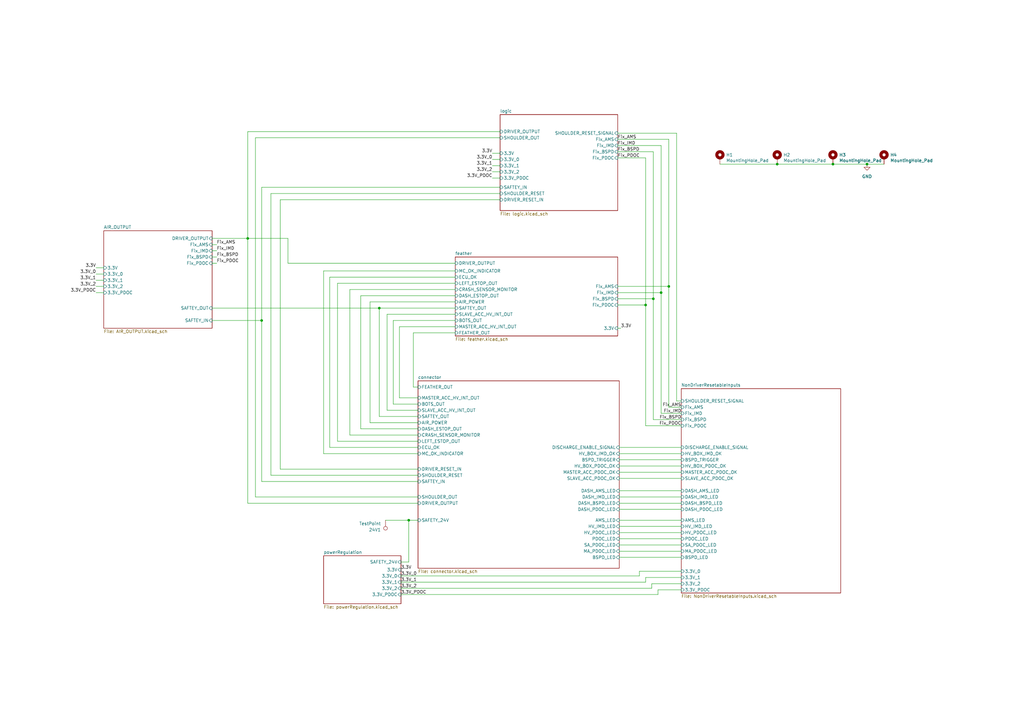
<source format=kicad_sch>
(kicad_sch (version 20230121) (generator eeschema)
  (paper "A3")
  (lib_symbols
    (symbol "Connector:TestPoint" (pin_numbers hide) (pin_names (offset 0.762) hide)
      (property "Reference" "TP" (at 0 6.858 0))
      (property "Value" "TestPoint" (at 0 5.08 0))
      (symbol "TestPoint_0_1"
        (circle (center 0 3.302) (radius 0.762))
      )
      (symbol "TestPoint_1_1"
        (pin passive line (at 0 0 90) (length 2.54) (name "1") (number "1"))
      )
    )
    (symbol "Mechanical:MountingHole_Pad" (pin_numbers hide) (pin_names (offset 1.016) hide)
      (property "Reference" "H" (at 0 6.35 0))
      (property "Value" "MountingHole_Pad" (at 0 4.445 0))
      (symbol "MountingHole_Pad_0_1"
        (circle (center 0 1.27) (radius 1.27) (stroke (width 1.27)))
      )
      (symbol "MountingHole_Pad_1_1"
        (pin input line (at 0 -2.54 90) (length 2.54) (name "1") (number "1"))
      )
    )
    (symbol "power:GND" (power) (pin_names (offset 0))
      (property "Value" "GND" (at 0 -3.81 0))
      (symbol "GND_0_1"
        (polyline (pts (xy 0 0) (xy 0 -1.27) (xy 1.27 -1.27) (xy 0 -2.54) (xy -1.27 -1.27) (xy 0 -1.27)))
      )
      (symbol "GND_1_1"
        (pin power_in line (at 0 0 270) (length 0) hide (name "GND") (number "1"))
      )
    )
  )
  (junction (at 271.145 120.015))
  (junction (at 318.77 67.31))
  (junction (at 267.97 122.555))
  (junction (at 155.575 126.365))
  (junction (at 107.315 131.445))
  (junction (at 264.795 125.095))
  (junction (at 355.6 67.31))
  (junction (at 101.6 97.79))
  (junction (at 341.63 67.31))
  (junction (at 167.64 213.36))
  (junction (at 274.32 117.475))
  (wire (pts (xy 86.995 107.95) (xy 88.9 107.95)))
  (wire (pts (xy 205.105 81.915) (xy 114.935 81.915)))
  (wire (pts (xy 107.315 197.485) (xy 107.315 131.445)))
  (wire (pts (xy 107.315 131.445) (xy 86.995 131.445)))
  (wire (pts (xy 254 215.9) (xy 279.4 215.9)))
  (wire (pts (xy 254 203.835) (xy 279.4 203.835)))
  (wire (pts (xy 118.11 97.79) (xy 101.6 97.79)))
  (wire (pts (xy 267.97 122.555) (xy 267.97 62.23)))
  (wire (pts (xy 138.43 116.205) (xy 186.69 116.205)))
  (wire (pts (xy 341.63 67.31) (xy 355.6 67.31)))
  (wire (pts (xy 201.93 73.025) (xy 205.105 73.025)))
  (wire (pts (xy 86.995 102.87) (xy 88.9 102.87)))
  (wire (pts (xy 104.775 203.835) (xy 104.775 56.515)))
  (wire (pts (xy 253.365 125.095) (xy 264.795 125.095)))
  (wire (pts (xy 111.125 194.945) (xy 111.125 79.375)))
  (wire (pts (xy 269.875 241.935) (xy 279.4 241.935)))
  (wire (pts (xy 186.69 126.365) (xy 155.575 126.365)))
  (wire (pts (xy 39.37 112.395) (xy 42.545 112.395)))
  (wire (pts (xy 274.32 57.15) (xy 274.32 117.475)))
  (wire (pts (xy 264.795 238.76) (xy 264.795 236.855)))
  (wire (pts (xy 39.37 120.015) (xy 42.545 120.015)))
  (wire (pts (xy 254 186.055) (xy 279.4 186.055)))
  (wire (pts (xy 254 223.52) (xy 279.4 223.52)))
  (wire (pts (xy 267.97 62.23) (xy 253.365 62.23)))
  (wire (pts (xy 267.335 239.395) (xy 279.4 239.395)))
  (wire (pts (xy 164.465 241.3) (xy 267.335 241.3)))
  (wire (pts (xy 254 228.6) (xy 279.4 228.6)))
  (wire (pts (xy 254 193.675) (xy 279.4 193.675)))
  (wire (pts (xy 295.275 67.31) (xy 318.77 67.31)))
  (wire (pts (xy 264.795 236.855) (xy 279.4 236.855)))
  (wire (pts (xy 254 188.595) (xy 279.4 188.595)))
  (wire (pts (xy 271.145 59.69) (xy 271.145 120.015)))
  (wire (pts (xy 254 201.295) (xy 279.4 201.295)))
  (wire (pts (xy 264.795 64.77) (xy 264.795 125.095)))
  (wire (pts (xy 171.45 183.515) (xy 135.255 183.515)))
  (wire (pts (xy 167.64 213.36) (xy 171.45 213.36)))
  (wire (pts (xy 171.45 186.055) (xy 132.715 186.055)))
  (wire (pts (xy 355.6 67.31) (xy 362.585 67.31)))
  (wire (pts (xy 201.93 70.485) (xy 205.105 70.485)))
  (wire (pts (xy 254 191.135) (xy 279.4 191.135)))
  (wire (pts (xy 201.93 62.865) (xy 205.105 62.865)))
  (wire (pts (xy 161.29 165.735) (xy 171.45 165.735)))
  (wire (pts (xy 205.105 76.835) (xy 107.315 76.835)))
  (wire (pts (xy 254 196.215) (xy 279.4 196.215)))
  (wire (pts (xy 86.995 100.33) (xy 88.9 100.33)))
  (wire (pts (xy 171.45 206.375) (xy 101.6 206.375)))
  (wire (pts (xy 254 183.515) (xy 279.4 183.515)))
  (wire (pts (xy 104.775 56.515) (xy 205.105 56.515)))
  (wire (pts (xy 254 208.915) (xy 279.4 208.915)))
  (wire (pts (xy 155.575 170.815) (xy 171.45 170.815)))
  (wire (pts (xy 101.6 206.375) (xy 101.6 97.79)))
  (wire (pts (xy 132.715 186.055) (xy 132.715 111.125)))
  (wire (pts (xy 163.83 133.985) (xy 186.69 133.985)))
  (wire (pts (xy 86.995 105.41) (xy 88.9 105.41)))
  (wire (pts (xy 279.4 164.465) (xy 277.495 164.465)))
  (wire (pts (xy 186.69 123.825) (xy 151.765 123.825)))
  (wire (pts (xy 169.545 136.525) (xy 186.69 136.525)))
  (wire (pts (xy 161.29 131.445) (xy 161.29 165.735)))
  (wire (pts (xy 171.45 158.75) (xy 169.545 158.75)))
  (wire (pts (xy 158.115 213.36) (xy 167.64 213.36)))
  (wire (pts (xy 201.93 67.945) (xy 205.105 67.945)))
  (wire (pts (xy 253.365 134.62) (xy 254.635 134.62)))
  (wire (pts (xy 171.45 168.275) (xy 158.75 168.275)))
  (wire (pts (xy 101.6 97.79) (xy 101.6 53.975)))
  (wire (pts (xy 171.45 175.895) (xy 147.955 175.895)))
  (wire (pts (xy 253.365 117.475) (xy 274.32 117.475)))
  (wire (pts (xy 169.545 158.75) (xy 169.545 136.525)))
  (wire (pts (xy 118.11 107.95) (xy 118.11 97.79)))
  (wire (pts (xy 147.955 121.285) (xy 186.69 121.285)))
  (wire (pts (xy 267.97 172.085) (xy 267.97 122.555)))
  (wire (pts (xy 186.69 131.445) (xy 161.29 131.445)))
  (wire (pts (xy 254 213.36) (xy 279.4 213.36)))
  (wire (pts (xy 253.365 122.555) (xy 267.97 122.555)))
  (wire (pts (xy 158.75 128.905) (xy 186.69 128.905)))
  (wire (pts (xy 171.45 194.945) (xy 111.125 194.945)))
  (wire (pts (xy 264.795 174.625) (xy 279.4 174.625)))
  (wire (pts (xy 171.45 203.835) (xy 104.775 203.835)))
  (wire (pts (xy 114.935 192.405) (xy 171.45 192.405)))
  (wire (pts (xy 262.255 236.22) (xy 262.255 234.315)))
  (wire (pts (xy 253.365 120.015) (xy 271.145 120.015)))
  (wire (pts (xy 164.465 236.22) (xy 262.255 236.22)))
  (wire (pts (xy 186.69 107.95) (xy 118.11 107.95)))
  (wire (pts (xy 151.765 173.355) (xy 171.45 173.355)))
  (wire (pts (xy 164.465 243.84) (xy 269.875 243.84)))
  (wire (pts (xy 143.51 118.745) (xy 143.51 178.435)))
  (wire (pts (xy 254 226.06) (xy 279.4 226.06)))
  (wire (pts (xy 163.83 163.195) (xy 163.83 133.985)))
  (wire (pts (xy 135.255 183.515) (xy 135.255 113.665)))
  (wire (pts (xy 151.765 123.825) (xy 151.765 173.355)))
  (wire (pts (xy 271.145 120.015) (xy 271.145 169.545)))
  (wire (pts (xy 86.995 97.79) (xy 101.6 97.79)))
  (wire (pts (xy 39.37 114.935) (xy 42.545 114.935)))
  (wire (pts (xy 253.365 64.77) (xy 264.795 64.77)))
  (wire (pts (xy 164.465 238.76) (xy 264.795 238.76)))
  (wire (pts (xy 135.255 113.665) (xy 186.69 113.665)))
  (wire (pts (xy 254 220.98) (xy 279.4 220.98)))
  (wire (pts (xy 271.145 169.545) (xy 279.4 169.545)))
  (wire (pts (xy 254 218.44) (xy 279.4 218.44)))
  (wire (pts (xy 171.45 163.195) (xy 163.83 163.195)))
  (wire (pts (xy 253.365 57.15) (xy 274.32 57.15)))
  (wire (pts (xy 86.995 126.365) (xy 155.575 126.365)))
  (wire (pts (xy 114.935 81.915) (xy 114.935 192.405)))
  (wire (pts (xy 171.45 197.485) (xy 107.315 197.485)))
  (wire (pts (xy 158.75 168.275) (xy 158.75 128.905)))
  (wire (pts (xy 171.45 180.975) (xy 138.43 180.975)))
  (wire (pts (xy 143.51 178.435) (xy 171.45 178.435)))
  (wire (pts (xy 201.93 65.405) (xy 205.105 65.405)))
  (wire (pts (xy 167.64 230.505) (xy 167.64 213.36)))
  (wire (pts (xy 269.875 243.84) (xy 269.875 241.935)))
  (wire (pts (xy 111.125 79.375) (xy 205.105 79.375)))
  (wire (pts (xy 279.4 172.085) (xy 267.97 172.085)))
  (wire (pts (xy 274.32 167.005) (xy 279.4 167.005)))
  (wire (pts (xy 39.37 117.475) (xy 42.545 117.475)))
  (wire (pts (xy 253.365 54.61) (xy 277.495 54.61)))
  (wire (pts (xy 147.955 175.895) (xy 147.955 121.285)))
  (wire (pts (xy 155.575 126.365) (xy 155.575 170.815)))
  (wire (pts (xy 186.69 118.745) (xy 143.51 118.745)))
  (wire (pts (xy 267.335 241.3) (xy 267.335 239.395)))
  (wire (pts (xy 138.43 180.975) (xy 138.43 116.205)))
  (wire (pts (xy 253.365 59.69) (xy 271.145 59.69)))
  (wire (pts (xy 264.795 125.095) (xy 264.795 174.625)))
  (wire (pts (xy 107.315 76.835) (xy 107.315 131.445)))
  (wire (pts (xy 132.715 111.125) (xy 186.69 111.125)))
  (wire (pts (xy 39.37 109.855) (xy 42.545 109.855)))
  (wire (pts (xy 254 206.375) (xy 279.4 206.375)))
  (wire (pts (xy 101.6 53.975) (xy 205.105 53.975)))
  (wire (pts (xy 277.495 164.465) (xy 277.495 54.61)))
  (wire (pts (xy 274.32 117.475) (xy 274.32 167.005)))
  (wire (pts (xy 262.255 234.315) (xy 279.4 234.315)))
  (wire (pts (xy 318.77 67.31) (xy 341.63 67.31)))
  (wire (pts (xy 164.465 230.505) (xy 167.64 230.505)))
  (label "3.3V_2" (at 201.93 70.485 180))
  (label "Fix_BSPD" (at 253.365 62.23 0))
  (label "Fix_BSPD" (at 88.9 105.41 0))
  (label "3.3V_0" (at 39.37 112.395 180))
  (label "Fix_PDOC" (at 279.4 174.625 180))
  (label "Fix_PDOC" (at 88.9 107.95 0))
  (label "3.3V" (at 201.93 62.865 180))
  (label "3.3V_PDOC" (at 164.465 243.84 0))
  (label "3.3V_PDOC" (at 39.37 120.015 180))
  (label "Fix_IMD" (at 88.9 102.87 0))
  (label "Fix_BSPD" (at 279.4 172.085 180))
  (label "3.3V_2" (at 164.465 241.3 0))
  (label "3.3V_PDOC" (at 201.93 73.025 180))
  (label "Fix_PDOC" (at 253.365 64.77 0))
  (label "3.3V_2" (at 39.37 117.475 180))
  (label "3.3V_1" (at 164.465 238.76 0))
  (label "Fix_AMS" (at 88.9 100.33 0))
  (label "3.3V" (at 254.635 134.62 0))
  (label "3.3V" (at 164.465 233.68 0))
  (label "3.3V_0" (at 164.465 236.22 0))
  (label "3.3V_1" (at 39.37 114.935 180))
  (label "Fix_AMS" (at 253.365 57.15 0))
  (label "3.3V_1" (at 201.93 67.945 180))
  (label "3.3V" (at 39.37 109.855 180))
  (label "Fix_IMD" (at 253.365 59.69 0))
  (label "3.3V_0" (at 201.93 65.405 180))
  (label "Fix_IMD" (at 279.4 169.545 180))
  (label "Fix_AMS" (at 279.4 167.005 180))
  (symbol (lib_id "power:GND") (at 355.6 67.31 0) (unit 1)
    (property "Reference" "#PWR0139" (effects hide))
    (property "Value" "GND" (at 355.6 72.39 0))
  )
  (symbol (lib_id "Mechanical:MountingHole_Pad") (at 295.275 64.77 0) (unit 1)
    (property "Reference" "H1" (at 297.815 63.5254 0) (effects (justify left)))
    (property "Value" "MountingHole_Pad" (at 297.815 65.8368 0) (effects (justify left)))
    (property "Footprint" "MountingHole:MountingHole_3.2mm_M3_Pad_Via" (effects hide))
  )
  (symbol (lib_id "Mechanical:MountingHole_Pad") (at 341.63 64.77 0) (unit 1)
    (property "Reference" "H3" (at 344.17 63.5254 0) (effects (justify left)))
    (property "Value" "MountingHole_Pad" (at 344.17 65.8368 0) (effects (justify left)))
    (property "Footprint" "MountingHole:MountingHole_3.2mm_M3_Pad_Via" (effects hide))
  )
  (symbol (lib_id "Mechanical:MountingHole_Pad") (at 318.77 64.77 0) (unit 1)
    (property "Reference" "H2" (at 321.31 63.5254 0) (effects (justify left)))
    (property "Value" "MountingHole_Pad" (at 321.31 65.8368 0) (effects (justify left)))
    (property "Footprint" "MountingHole:MountingHole_3.2mm_M3_Pad_Via" (effects hide))
  )
  (symbol (lib_id "Mechanical:MountingHole_Pad") (at 362.585 64.77 0) (unit 1)
    (property "Reference" "H4" (at 365.125 63.5254 0) (effects (justify left)))
    (property "Value" "MountingHole_Pad" (at 365.125 65.8368 0) (effects (justify left)))
    (property "Footprint" "MountingHole:MountingHole_3.2mm_M3_Pad_Via" (effects hide))
  )
  (symbol (lib_id "Connector:TestPoint") (at 158.115 213.36 0) (mirror x) (unit 1)
    (property "Reference" "24V1" (at 156.21 217.297 0) (effects (justify right)))
    (property "Value" "TestPoint" (at 156.21 214.757 0) (effects (justify right)))
    (property "Footprint" "TestPoint:TestPoint_Pad_D2.0mm" (effects hide))
  )
  (sheet (at 171.45 156.21) (size 82.55 76.835) (stroke (width 0.1524))
    (property "Sheetname" "connector" (at 171.45 155.4984 0) (effects (justify left bottom)))
    (property "Sheetfile" "connector.kicad_sch" (at 171.45 233.6296 0) (effects (justify left top)))
    (pin "BOTS_OUT" input (at 171.45 165.735 180))
    (pin "AIR_POWER" input (at 171.45 173.355 180))
    (pin "ECU_OK" input (at 171.45 183.515 180))
    (pin "DRIVER_RESET_IN" input (at 171.45 192.405 180))
    (pin "SHOULDER_RESET" input (at 171.45 194.945 180))
    (pin "HV_BOX_IMD_OK" input (at 254 186.055 0))
    (pin "HV_BOX_PDOC_OK" input (at 254 191.135 0))
    (pin "DISCHARGE_ENABLE_SIGNAL" input (at 254 183.515 0))
    (pin "DASH_IMD_LED" input (at 254 203.835 0))
    (pin "DASH_BSPD_LED" input (at 254 206.375 0))
    (pin "DASH_PDOC_LED" input (at 254 208.915 0))
    (pin "BSPD_TRIGGER" input (at 254 188.595 0))
    (pin "MC_OK_INDICATOR" input (at 171.45 186.055 180))
    (pin "MASTER_ACC_PDOC_OK" input (at 254 193.675 0))
    (pin "MASTER_ACC_HV_INT_OUT" input (at 171.45 163.195 180))
    (pin "SLAVE_ACC_HV_INT_OUT" input (at 171.45 168.275 180))
    (pin "SLAVE_ACC_PDOC_OK" input (at 254 196.215 0))
    (pin "DASH_ESTOP_OUT" input (at 171.45 175.895 180))
    (pin "LEFT_ESTOP_OUT" input (at 171.45 180.975 180))
    (pin "CRASH_SENSOR_MONITOR" input (at 171.45 178.435 180))
    (pin "SAFTEY_IN" input (at 171.45 197.485 180))
    (pin "SAFTEY_OUT" input (at 171.45 170.815 180))
    (pin "SAFETY_24V" input (at 171.45 213.36 180))
    (pin "DASH_AMS_LED" input (at 254 201.295 0))
    (pin "SA_PDOC_LED" input (at 254 223.52 0))
    (pin "MA_PDOC_LED" input (at 254 226.06 0))
    (pin "HV_IMD_LED" input (at 254 215.9 0))
    (pin "FEATHER_OUT" input (at 171.45 158.75 180))
    (pin "SHOULDER_OUT" input (at 171.45 203.835 180))
    (pin "DRIVER_OUTPUT" input (at 171.45 206.375 180))
    (pin "HV_PDOC_LED" input (at 254 218.44 0))
    (pin "BSPD_LED" input (at 254 228.6 0))
    (pin "PDOC_LED" input (at 254 220.98 0))
    (pin "AMS_LED" input (at 254 213.36 0))
  )
  (sheet (at 205.105 46.99) (size 48.26 39.37) (stroke (width 0.1524))
    (property "Sheetname" "logic" (at 205.105 46.2784 0) (effects (justify left bottom)))
    (property "Sheetfile" "logic.kicad_sch" (at 205.105 86.9446 0) (effects (justify left top)))
    (pin "Fix_AMS" input (at 253.365 57.15 0))
    (pin "3.3V_0" input (at 205.105 65.405 180))
    (pin "SHOULDER_RESET" input (at 205.105 79.375 180))
    (pin "3.3V_1" input (at 205.105 67.945 180))
    (pin "3.3V_2" input (at 205.105 70.485 180))
    (pin "Fix_BSPD" input (at 253.365 62.23 0))
    (pin "Fix_PDOC" input (at 253.365 64.77 0))
    (pin "Fix_IMD" input (at 253.365 59.69 0))
    (pin "3.3V_PDOC" input (at 205.105 73.025 180))
    (pin "DRIVER_OUTPUT" input (at 205.105 53.975 180))
    (pin "3.3V" input (at 205.105 62.865 180))
    (pin "DRIVER_RESET_IN" input (at 205.105 81.915 180))
    (pin "SHOULDER_RESET_SIGNAL" input (at 253.365 54.61 0))
    (pin "SAFTEY_IN" input (at 205.105 76.835 180))
    (pin "SHOULDER_OUT" input (at 205.105 56.515 180))
  )
  (sheet (at 132.715 227.965) (size 31.75 19.685) (stroke (width 0.1524))
    (property "Sheetname" "powerRegulation" (at 132.715 227.2534 0) (effects (justify left bottom)))
    (property "Sheetfile" "powerRegulation.kicad_sch" (at 132.715 248.2346 0) (effects (justify left top)))
    (pin "3.3V_2" input (at 164.465 241.3 0))
    (pin "3.3V" input (at 164.465 233.68 0))
    (pin "3.3V_0" input (at 164.465 236.22 0))
    (pin "3.3V_PDOC" input (at 164.465 243.84 0))
    (pin "3.3V_1" input (at 164.465 238.76 0))
    (pin "SAFETY_24V" input (at 164.465 230.505 0))
  )
  (sheet (at 42.545 94.615) (size 44.45 40.005) (stroke (width 0.1524))
    (property "Sheetname" "AIR_OUTPUT" (at 42.545 93.9034 0) (effects (justify left bottom)))
    (property "Sheetfile" "AIR_OUTPUT.kicad_sch" (at 42.545 135.2046 0) (effects (justify left top)))
    (pin "3.3V_2" input (at 42.545 117.475 180))
    (pin "3.3V_PDOC" input (at 42.545 120.015 180))
    (pin "Fix_BSPD" input (at 86.995 105.41 0))
    (pin "Fix_AMS" input (at 86.995 100.33 0))
    (pin "Fix_IMD" input (at 86.995 102.87 0))
    (pin "3.3V_1" input (at 42.545 114.935 180))
    (pin "3.3V_0" input (at 42.545 112.395 180))
    (pin "DRIVER_OUTPUT" input (at 86.995 97.79 0))
    (pin "3.3V" input (at 42.545 109.855 180))
    (pin "Fix_PDOC" input (at 86.995 107.95 0))
    (pin "SAFTEY_IN" input (at 86.995 131.445 0))
    (pin "SAFTEY_OUT" input (at 86.995 126.365 0))
  )
  (sheet (at 279.4 159.385) (size 65.405 83.82) (stroke (width 0.1524))
    (property "Sheetname" "NonDriverResetableInputs" (at 279.4 158.6734 0) (effects (justify left bottom)))
    (property "Sheetfile" "NonDriverResetableInputs.kicad_sch" (at 279.4 243.7896 0) (effects (justify left top)))
    (pin "DISCHARGE_ENABLE_SIGNAL" input (at 279.4 183.515 180))
    (pin "Fix_AMS" input (at 279.4 167.005 180))
    (pin "3.3V_0" input (at 279.4 234.315 180))
    (pin "DASH_AMS_LED" input (at 279.4 201.295 180))
    (pin "SHOULDER_RESET_SIGNAL" input (at 279.4 164.465 180))
    (pin "HV_BOX_IMD_OK" input (at 279.4 186.055 180))
    (pin "3.3V_1" input (at 279.4 236.855 180))
    (pin "Fix_IMD" input (at 279.4 169.545 180))
    (pin "DASH_IMD_LED" input (at 279.4 203.835 180))
    (pin "HV_BOX_PDOC_OK" input (at 279.4 191.135 180))
    (pin "3.3V_PDOC" input (at 279.4 241.935 180))
    (pin "Fix_PDOC" input (at 279.4 174.625 180))
    (pin "DASH_PDOC_LED" input (at 279.4 208.915 180))
    (pin "SLAVE_ACC_PDOC_OK" input (at 279.4 196.215 180))
    (pin "MASTER_ACC_PDOC_OK" input (at 279.4 193.675 180))
    (pin "Fix_BSPD" input (at 279.4 172.085 180))
    (pin "3.3V_2" input (at 279.4 239.395 180))
    (pin "BSPD_TRIGGER" input (at 279.4 188.595 180))
    (pin "DASH_BSPD_LED" input (at 279.4 206.375 180))
    (pin "AMS_LED" input (at 279.4 213.36 180))
    (pin "HV_IMD_LED" input (at 279.4 215.9 180))
    (pin "HV_PDOC_LED" input (at 279.4 218.44 180))
    (pin "PDOC_LED" input (at 279.4 220.98 180))
    (pin "SA_PDOC_LED" input (at 279.4 223.52 180))
    (pin "MA_PDOC_LED" input (at 279.4 226.06 180))
    (pin "BSPD_LED" input (at 279.4 228.6 180))
  )
  (sheet (at 186.69 105.41) (size 66.675 32.385) (stroke (width 0.1524))
    (property "Sheetname" "feather" (at 186.69 104.6984 0) (effects (justify left bottom)))
    (property "Sheetfile" "feather.kicad_sch" (at 186.69 138.3796 0) (effects (justify left top)))
    (pin "LEFT_ESTOP_OUT" input (at 186.69 116.205 180))
    (pin "CRASH_SENSOR_MONITOR" input (at 186.69 118.745 180))
    (pin "DASH_ESTOP_OUT" input (at 186.69 121.285 180))
    (pin "AIR_POWER" input (at 186.69 123.825 180))
    (pin "SLAVE_ACC_HV_INT_OUT" input (at 186.69 128.905 180))
    (pin "BOTS_OUT" input (at 186.69 131.445 180))
    (pin "MASTER_ACC_HV_INT_OUT" input (at 186.69 133.985 180))
    (pin "3.3V" input (at 253.365 134.62 0))
    (pin "Fix_AMS" input (at 253.365 117.475 0))
    (pin "DRIVER_OUTPUT" input (at 186.69 107.95 180))
    (pin "Fix_IMD" input (at 253.365 120.015 0))
    (pin "Fix_PDOC" input (at 253.365 125.095 0))
    (pin "Fix_BSPD" input (at 253.365 122.555 0))
    (pin "ECU_OK" input (at 186.69 113.665 180))
    (pin "MC_OK_INDICATOR" input (at 186.69 111.125 180))
    (pin "SAFTEY_OUT" input (at 186.69 126.365 180))
    (pin "FEATHER_OUT" input (at 186.69 136.525 180))
  )
)
</source>
